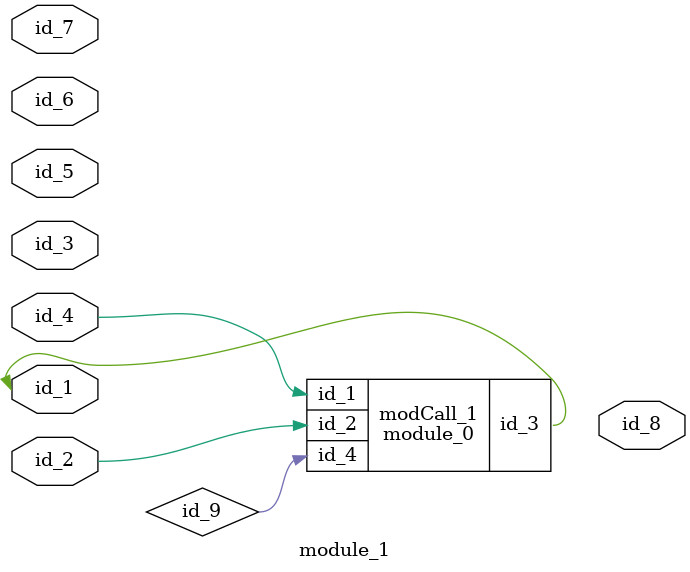
<source format=v>
module module_0 (
    id_1,
    id_2,
    id_3,
    id_4
);
  input wire id_4;
  inout wire id_3;
  input wire id_2;
  input wire id_1;
  assign id_3 = 1;
endmodule
module module_1 (
    id_1,
    id_2,
    id_3,
    id_4,
    id_5,
    id_6,
    id_7,
    id_8
);
  output wire id_8;
  inout wire id_7;
  input wire id_6;
  input wire id_5;
  inout wire id_4;
  input wire id_3;
  input wire id_2;
  inout wire id_1;
  wire id_9;
  module_0 modCall_1 (
      id_4,
      id_2,
      id_1,
      id_9
  );
endmodule

</source>
